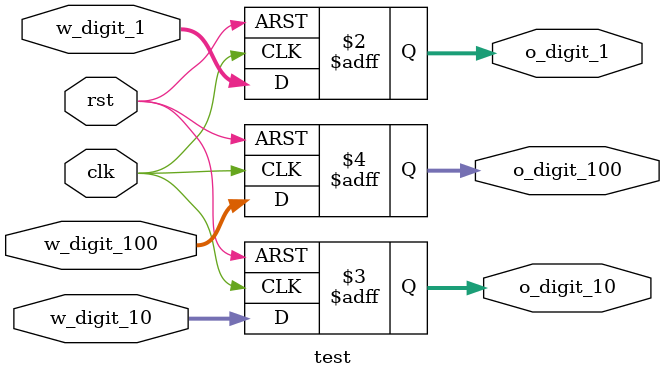
<source format=v>
`timescale 1ns / 1ps

module top_sonic_sensor(
    input clk,
    input reset,
    input i_btn,
    input echo,
    input w_tick,
    output start_trigger,
    output [8:0] distance,
    output [7:0]sonic_data,
    output sonic_we
//    output [7:0] fnd_font,
 //   output [3:0] fnd_comm,
 //   output [3:0] led,
 //   output error
    );


    wire [8:0] w_distance;
    wire w_pulse_done;
    wire w_error;


    wire [7:0] w_digit_1, w_digit_10, w_digit_100;
    wire [7:0] o_digit_1, o_digit_10, o_digit_100;

    assign distance = w_distance;


    sonic_sensor_cu U_CU(
        .clk(clk),
        .reset(reset),
        .i_btn(i_btn),
        .echo(echo),
        .start_trigger(start_trigger),
        .distance(w_distance),
        .pulse_done(w_pulse_done),
        .led(),
        .error(w_error)
    );



    digit_splitter2 U_num_data(
        .clk(clk),
        .rst(reset),
        .bcd(w_distance),
        .digit_1(w_digit_1),
        .digit_10(w_digit_10),
        .digit_100(w_digit_100)
    );

    test U_test_sonic(
    .clk(clk),
    .rst(rst),
    .w_digit_1(w_digit_1),
    .w_digit_10(w_digit_10),
    .w_digit_100(w_digit_100),
    .o_digit_1(o_digit_1),
    .o_digit_10(o_digit_10),
    .o_digit_100(o_digit_100)
);

    send_num_data U_Send_Num(
        .clk(clk),
        .reset(reset),
        .tick(w_tick),
        .pulse_done(w_pulse_done),
        .error(w_error),
        .digit_1(o_digit_1),
        .digit_10(o_digit_10),
        .digit_100(o_digit_100),
        .rx_data(sonic_data),
        .we(sonic_we) // tx fifo 쓰기기
    );
endmodule




module test (
    input clk,rst,
    input [7:0] w_digit_1,w_digit_10,w_digit_100,
    output reg [7:0] o_digit_1,o_digit_10,o_digit_100
);

    always @(posedge clk, posedge rst) begin
        if(rst) begin
            o_digit_1 <= 0;
            o_digit_10 <= 0;
            o_digit_100 <= 0;
        end
        else begin
            o_digit_1 <= w_digit_1;
            o_digit_10 <= w_digit_10;
            o_digit_100 <= w_digit_100;
        end
        
    end
    
endmodule
</source>
